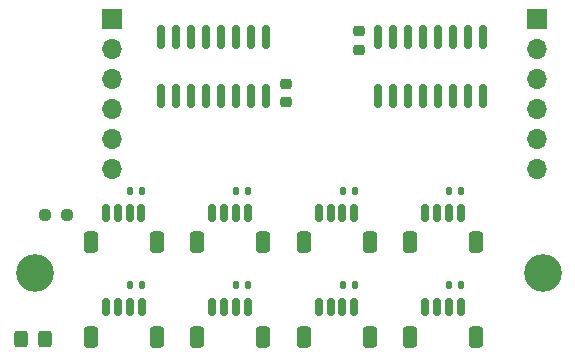
<source format=gbr>
%TF.GenerationSoftware,KiCad,Pcbnew,8.0.2*%
%TF.CreationDate,2024-10-31T00:13:47+01:00*%
%TF.ProjectId,IO_extender,494f5f65-7874-4656-9e64-65722e6b6963,rev?*%
%TF.SameCoordinates,Original*%
%TF.FileFunction,Soldermask,Top*%
%TF.FilePolarity,Negative*%
%FSLAX46Y46*%
G04 Gerber Fmt 4.6, Leading zero omitted, Abs format (unit mm)*
G04 Created by KiCad (PCBNEW 8.0.2) date 2024-10-31 00:13:47*
%MOMM*%
%LPD*%
G01*
G04 APERTURE LIST*
G04 Aperture macros list*
%AMRoundRect*
0 Rectangle with rounded corners*
0 $1 Rounding radius*
0 $2 $3 $4 $5 $6 $7 $8 $9 X,Y pos of 4 corners*
0 Add a 4 corners polygon primitive as box body*
4,1,4,$2,$3,$4,$5,$6,$7,$8,$9,$2,$3,0*
0 Add four circle primitives for the rounded corners*
1,1,$1+$1,$2,$3*
1,1,$1+$1,$4,$5*
1,1,$1+$1,$6,$7*
1,1,$1+$1,$8,$9*
0 Add four rect primitives between the rounded corners*
20,1,$1+$1,$2,$3,$4,$5,0*
20,1,$1+$1,$4,$5,$6,$7,0*
20,1,$1+$1,$6,$7,$8,$9,0*
20,1,$1+$1,$8,$9,$2,$3,0*%
G04 Aperture macros list end*
%ADD10RoundRect,0.225000X-0.250000X0.225000X-0.250000X-0.225000X0.250000X-0.225000X0.250000X0.225000X0*%
%ADD11RoundRect,0.250000X0.350000X0.650000X-0.350000X0.650000X-0.350000X-0.650000X0.350000X-0.650000X0*%
%ADD12RoundRect,0.150000X0.150000X0.625000X-0.150000X0.625000X-0.150000X-0.625000X0.150000X-0.625000X0*%
%ADD13RoundRect,0.135000X-0.135000X-0.185000X0.135000X-0.185000X0.135000X0.185000X-0.135000X0.185000X0*%
%ADD14O,1.700000X1.700000*%
%ADD15R,1.700000X1.700000*%
%ADD16RoundRect,0.150000X-0.150000X0.825000X-0.150000X-0.825000X0.150000X-0.825000X0.150000X0.825000X0*%
%ADD17RoundRect,0.225000X0.250000X-0.225000X0.250000X0.225000X-0.250000X0.225000X-0.250000X-0.225000X0*%
%ADD18RoundRect,0.250000X-0.325000X-0.450000X0.325000X-0.450000X0.325000X0.450000X-0.325000X0.450000X0*%
%ADD19RoundRect,0.150000X0.150000X-0.825000X0.150000X0.825000X-0.150000X0.825000X-0.150000X-0.825000X0*%
%ADD20RoundRect,0.237500X0.250000X0.237500X-0.250000X0.237500X-0.250000X-0.237500X0.250000X-0.237500X0*%
%ADD21C,3.200000*%
G04 APERTURE END LIST*
D10*
%TO.C,C901*%
X166385000Y-109006000D03*
X166385000Y-110556000D03*
%TD*%
D11*
%TO.C,J201*%
X170728000Y-126875000D03*
X176328000Y-126875000D03*
D12*
X172028000Y-124350000D03*
X173028000Y-124350000D03*
X174028000Y-124350000D03*
X175028000Y-124350000D03*
%TD*%
D11*
%TO.C,J501*%
X152700000Y-134875000D03*
X158300000Y-134875000D03*
D12*
X154000000Y-132350000D03*
X155000000Y-132350000D03*
X156000000Y-132350000D03*
X157000000Y-132350000D03*
%TD*%
D13*
%TO.C,R402*%
X165034000Y-122500000D03*
X166054000Y-122500000D03*
%TD*%
D11*
%TO.C,J801*%
X143700000Y-126875000D03*
X149300000Y-126875000D03*
D12*
X145000000Y-124350000D03*
X146000000Y-124350000D03*
X147000000Y-124350000D03*
X148000000Y-124350000D03*
%TD*%
D11*
%TO.C,J301*%
X161728000Y-134875000D03*
X167328000Y-134875000D03*
D12*
X163028000Y-132350000D03*
X164028000Y-132350000D03*
X165028000Y-132350000D03*
X166028000Y-132350000D03*
%TD*%
D11*
%TO.C,J701*%
X143728000Y-134875000D03*
X149328000Y-134875000D03*
D12*
X145028000Y-132350000D03*
X146028000Y-132350000D03*
X147028000Y-132350000D03*
X148028000Y-132350000D03*
%TD*%
D13*
%TO.C,R802*%
X147006000Y-122500000D03*
X148026000Y-122500000D03*
%TD*%
D11*
%TO.C,J101*%
X170728000Y-134875000D03*
X176328000Y-134875000D03*
D12*
X172028000Y-132350000D03*
X173028000Y-132350000D03*
X174028000Y-132350000D03*
X175028000Y-132350000D03*
%TD*%
D13*
%TO.C,R302*%
X165034000Y-130500000D03*
X166054000Y-130500000D03*
%TD*%
%TO.C,R502*%
X156006000Y-130500000D03*
X157026000Y-130500000D03*
%TD*%
D14*
%TO.C,J1002*%
X145500000Y-120620000D03*
X145500000Y-118080000D03*
X145500000Y-115540000D03*
X145500000Y-113000000D03*
X145500000Y-110460000D03*
D15*
X145500000Y-107920000D03*
%TD*%
D13*
%TO.C,R602*%
X156006000Y-122500000D03*
X157026000Y-122500000D03*
%TD*%
D16*
%TO.C,U902*%
X158540000Y-109501000D03*
X157270000Y-109501000D03*
X156000000Y-109501000D03*
X154730000Y-109501000D03*
X153460000Y-109501000D03*
X152190000Y-109501000D03*
X150920000Y-109501000D03*
X149650000Y-109501000D03*
X149650000Y-114451000D03*
X150920000Y-114451000D03*
X152190000Y-114451000D03*
X153460000Y-114451000D03*
X154730000Y-114451000D03*
X156000000Y-114451000D03*
X157270000Y-114451000D03*
X158540000Y-114451000D03*
%TD*%
D13*
%TO.C,R202*%
X174034000Y-122500000D03*
X175054000Y-122500000D03*
%TD*%
D17*
%TO.C,C902*%
X160282000Y-115008000D03*
X160282000Y-113458000D03*
%TD*%
D13*
%TO.C,R702*%
X147034000Y-130500000D03*
X148054000Y-130500000D03*
%TD*%
D14*
%TO.C,J1001*%
X181500000Y-120620000D03*
X181500000Y-118080000D03*
X181500000Y-115540000D03*
X181500000Y-113000000D03*
X181500000Y-110460000D03*
D15*
X181500000Y-107920000D03*
%TD*%
D18*
%TO.C,D901*%
X137766522Y-135057718D03*
X139816522Y-135057718D03*
%TD*%
D11*
%TO.C,J601*%
X152700000Y-126875000D03*
X158300000Y-126875000D03*
D12*
X154000000Y-124350000D03*
X155000000Y-124350000D03*
X156000000Y-124350000D03*
X157000000Y-124350000D03*
%TD*%
D11*
%TO.C,J401*%
X161728000Y-126875000D03*
X167328000Y-126875000D03*
D12*
X163028000Y-124350000D03*
X164028000Y-124350000D03*
X165028000Y-124350000D03*
X166028000Y-124350000D03*
%TD*%
D13*
%TO.C,R102*%
X174034000Y-130500000D03*
X175054000Y-130500000D03*
%TD*%
D19*
%TO.C,U901*%
X168000000Y-114454000D03*
X169270000Y-114454000D03*
X170540000Y-114454000D03*
X171810000Y-114454000D03*
X173080000Y-114454000D03*
X174350000Y-114454000D03*
X175620000Y-114454000D03*
X176890000Y-114454000D03*
X176890000Y-109504000D03*
X175620000Y-109504000D03*
X174350000Y-109504000D03*
X173080000Y-109504000D03*
X171810000Y-109504000D03*
X170540000Y-109504000D03*
X169270000Y-109504000D03*
X168000000Y-109504000D03*
%TD*%
D20*
%TO.C,R901*%
X141666150Y-124518220D03*
X139841150Y-124518220D03*
%TD*%
D21*
%TO.C,REF\u002A\u002A*%
X139000000Y-129500000D03*
%TD*%
%TO.C,REF\u002A\u002A*%
X182000000Y-129500000D03*
%TD*%
M02*

</source>
